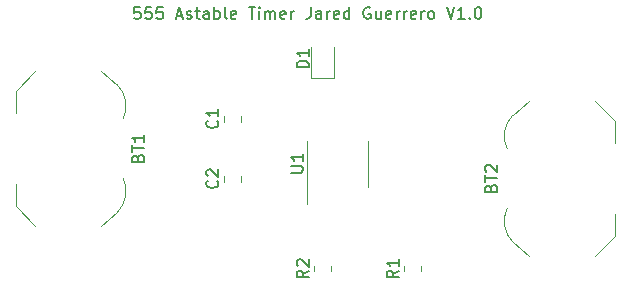
<source format=gbr>
%TF.GenerationSoftware,KiCad,Pcbnew,(5.1.10-1-10_14)*%
%TF.CreationDate,2021-09-30T18:11:30-07:00*%
%TF.ProjectId,JaredTimer,4a617265-6454-4696-9d65-722e6b696361,rev?*%
%TF.SameCoordinates,Original*%
%TF.FileFunction,Legend,Top*%
%TF.FilePolarity,Positive*%
%FSLAX46Y46*%
G04 Gerber Fmt 4.6, Leading zero omitted, Abs format (unit mm)*
G04 Created by KiCad (PCBNEW (5.1.10-1-10_14)) date 2021-09-30 18:11:30*
%MOMM*%
%LPD*%
G01*
G04 APERTURE LIST*
%ADD10C,0.150000*%
%ADD11C,0.120000*%
G04 APERTURE END LIST*
D10*
X110269523Y-68032380D02*
X109793333Y-68032380D01*
X109745714Y-68508571D01*
X109793333Y-68460952D01*
X109888571Y-68413333D01*
X110126666Y-68413333D01*
X110221904Y-68460952D01*
X110269523Y-68508571D01*
X110317142Y-68603809D01*
X110317142Y-68841904D01*
X110269523Y-68937142D01*
X110221904Y-68984761D01*
X110126666Y-69032380D01*
X109888571Y-69032380D01*
X109793333Y-68984761D01*
X109745714Y-68937142D01*
X111221904Y-68032380D02*
X110745714Y-68032380D01*
X110698095Y-68508571D01*
X110745714Y-68460952D01*
X110840952Y-68413333D01*
X111079047Y-68413333D01*
X111174285Y-68460952D01*
X111221904Y-68508571D01*
X111269523Y-68603809D01*
X111269523Y-68841904D01*
X111221904Y-68937142D01*
X111174285Y-68984761D01*
X111079047Y-69032380D01*
X110840952Y-69032380D01*
X110745714Y-68984761D01*
X110698095Y-68937142D01*
X112174285Y-68032380D02*
X111698095Y-68032380D01*
X111650476Y-68508571D01*
X111698095Y-68460952D01*
X111793333Y-68413333D01*
X112031428Y-68413333D01*
X112126666Y-68460952D01*
X112174285Y-68508571D01*
X112221904Y-68603809D01*
X112221904Y-68841904D01*
X112174285Y-68937142D01*
X112126666Y-68984761D01*
X112031428Y-69032380D01*
X111793333Y-69032380D01*
X111698095Y-68984761D01*
X111650476Y-68937142D01*
X113364761Y-68746666D02*
X113840952Y-68746666D01*
X113269523Y-69032380D02*
X113602857Y-68032380D01*
X113936190Y-69032380D01*
X114221904Y-68984761D02*
X114317142Y-69032380D01*
X114507619Y-69032380D01*
X114602857Y-68984761D01*
X114650476Y-68889523D01*
X114650476Y-68841904D01*
X114602857Y-68746666D01*
X114507619Y-68699047D01*
X114364761Y-68699047D01*
X114269523Y-68651428D01*
X114221904Y-68556190D01*
X114221904Y-68508571D01*
X114269523Y-68413333D01*
X114364761Y-68365714D01*
X114507619Y-68365714D01*
X114602857Y-68413333D01*
X114936190Y-68365714D02*
X115317142Y-68365714D01*
X115079047Y-68032380D02*
X115079047Y-68889523D01*
X115126666Y-68984761D01*
X115221904Y-69032380D01*
X115317142Y-69032380D01*
X116079047Y-69032380D02*
X116079047Y-68508571D01*
X116031428Y-68413333D01*
X115936190Y-68365714D01*
X115745714Y-68365714D01*
X115650476Y-68413333D01*
X116079047Y-68984761D02*
X115983809Y-69032380D01*
X115745714Y-69032380D01*
X115650476Y-68984761D01*
X115602857Y-68889523D01*
X115602857Y-68794285D01*
X115650476Y-68699047D01*
X115745714Y-68651428D01*
X115983809Y-68651428D01*
X116079047Y-68603809D01*
X116555238Y-69032380D02*
X116555238Y-68032380D01*
X116555238Y-68413333D02*
X116650476Y-68365714D01*
X116840952Y-68365714D01*
X116936190Y-68413333D01*
X116983809Y-68460952D01*
X117031428Y-68556190D01*
X117031428Y-68841904D01*
X116983809Y-68937142D01*
X116936190Y-68984761D01*
X116840952Y-69032380D01*
X116650476Y-69032380D01*
X116555238Y-68984761D01*
X117602857Y-69032380D02*
X117507619Y-68984761D01*
X117460000Y-68889523D01*
X117460000Y-68032380D01*
X118364761Y-68984761D02*
X118269523Y-69032380D01*
X118079047Y-69032380D01*
X117983809Y-68984761D01*
X117936190Y-68889523D01*
X117936190Y-68508571D01*
X117983809Y-68413333D01*
X118079047Y-68365714D01*
X118269523Y-68365714D01*
X118364761Y-68413333D01*
X118412380Y-68508571D01*
X118412380Y-68603809D01*
X117936190Y-68699047D01*
X119460000Y-68032380D02*
X120031428Y-68032380D01*
X119745714Y-69032380D02*
X119745714Y-68032380D01*
X120364761Y-69032380D02*
X120364761Y-68365714D01*
X120364761Y-68032380D02*
X120317142Y-68080000D01*
X120364761Y-68127619D01*
X120412380Y-68080000D01*
X120364761Y-68032380D01*
X120364761Y-68127619D01*
X120840952Y-69032380D02*
X120840952Y-68365714D01*
X120840952Y-68460952D02*
X120888571Y-68413333D01*
X120983809Y-68365714D01*
X121126666Y-68365714D01*
X121221904Y-68413333D01*
X121269523Y-68508571D01*
X121269523Y-69032380D01*
X121269523Y-68508571D02*
X121317142Y-68413333D01*
X121412380Y-68365714D01*
X121555238Y-68365714D01*
X121650476Y-68413333D01*
X121698095Y-68508571D01*
X121698095Y-69032380D01*
X122555238Y-68984761D02*
X122460000Y-69032380D01*
X122269523Y-69032380D01*
X122174285Y-68984761D01*
X122126666Y-68889523D01*
X122126666Y-68508571D01*
X122174285Y-68413333D01*
X122269523Y-68365714D01*
X122460000Y-68365714D01*
X122555238Y-68413333D01*
X122602857Y-68508571D01*
X122602857Y-68603809D01*
X122126666Y-68699047D01*
X123031428Y-69032380D02*
X123031428Y-68365714D01*
X123031428Y-68556190D02*
X123079047Y-68460952D01*
X123126666Y-68413333D01*
X123221904Y-68365714D01*
X123317142Y-68365714D01*
X124698095Y-68032380D02*
X124698095Y-68746666D01*
X124650476Y-68889523D01*
X124555238Y-68984761D01*
X124412380Y-69032380D01*
X124317142Y-69032380D01*
X125602857Y-69032380D02*
X125602857Y-68508571D01*
X125555238Y-68413333D01*
X125459999Y-68365714D01*
X125269523Y-68365714D01*
X125174285Y-68413333D01*
X125602857Y-68984761D02*
X125507619Y-69032380D01*
X125269523Y-69032380D01*
X125174285Y-68984761D01*
X125126666Y-68889523D01*
X125126666Y-68794285D01*
X125174285Y-68699047D01*
X125269523Y-68651428D01*
X125507619Y-68651428D01*
X125602857Y-68603809D01*
X126079047Y-69032380D02*
X126079047Y-68365714D01*
X126079047Y-68556190D02*
X126126666Y-68460952D01*
X126174285Y-68413333D01*
X126269523Y-68365714D01*
X126364761Y-68365714D01*
X127079047Y-68984761D02*
X126983809Y-69032380D01*
X126793333Y-69032380D01*
X126698095Y-68984761D01*
X126650476Y-68889523D01*
X126650476Y-68508571D01*
X126698095Y-68413333D01*
X126793333Y-68365714D01*
X126983809Y-68365714D01*
X127079047Y-68413333D01*
X127126666Y-68508571D01*
X127126666Y-68603809D01*
X126650476Y-68699047D01*
X127983809Y-69032380D02*
X127983809Y-68032380D01*
X127983809Y-68984761D02*
X127888571Y-69032380D01*
X127698095Y-69032380D01*
X127602857Y-68984761D01*
X127555238Y-68937142D01*
X127507619Y-68841904D01*
X127507619Y-68556190D01*
X127555238Y-68460952D01*
X127602857Y-68413333D01*
X127698095Y-68365714D01*
X127888571Y-68365714D01*
X127983809Y-68413333D01*
X129745714Y-68080000D02*
X129650476Y-68032380D01*
X129507619Y-68032380D01*
X129364761Y-68080000D01*
X129269523Y-68175238D01*
X129221904Y-68270476D01*
X129174285Y-68460952D01*
X129174285Y-68603809D01*
X129221904Y-68794285D01*
X129269523Y-68889523D01*
X129364761Y-68984761D01*
X129507619Y-69032380D01*
X129602857Y-69032380D01*
X129745714Y-68984761D01*
X129793333Y-68937142D01*
X129793333Y-68603809D01*
X129602857Y-68603809D01*
X130650476Y-68365714D02*
X130650476Y-69032380D01*
X130221904Y-68365714D02*
X130221904Y-68889523D01*
X130269523Y-68984761D01*
X130364761Y-69032380D01*
X130507619Y-69032380D01*
X130602857Y-68984761D01*
X130650476Y-68937142D01*
X131507619Y-68984761D02*
X131412380Y-69032380D01*
X131221904Y-69032380D01*
X131126666Y-68984761D01*
X131079047Y-68889523D01*
X131079047Y-68508571D01*
X131126666Y-68413333D01*
X131221904Y-68365714D01*
X131412380Y-68365714D01*
X131507619Y-68413333D01*
X131555238Y-68508571D01*
X131555238Y-68603809D01*
X131079047Y-68699047D01*
X131983809Y-69032380D02*
X131983809Y-68365714D01*
X131983809Y-68556190D02*
X132031428Y-68460952D01*
X132079047Y-68413333D01*
X132174285Y-68365714D01*
X132269523Y-68365714D01*
X132602857Y-69032380D02*
X132602857Y-68365714D01*
X132602857Y-68556190D02*
X132650476Y-68460952D01*
X132698095Y-68413333D01*
X132793333Y-68365714D01*
X132888571Y-68365714D01*
X133602857Y-68984761D02*
X133507619Y-69032380D01*
X133317142Y-69032380D01*
X133221904Y-68984761D01*
X133174285Y-68889523D01*
X133174285Y-68508571D01*
X133221904Y-68413333D01*
X133317142Y-68365714D01*
X133507619Y-68365714D01*
X133602857Y-68413333D01*
X133650476Y-68508571D01*
X133650476Y-68603809D01*
X133174285Y-68699047D01*
X134079047Y-69032380D02*
X134079047Y-68365714D01*
X134079047Y-68556190D02*
X134126666Y-68460952D01*
X134174285Y-68413333D01*
X134269523Y-68365714D01*
X134364761Y-68365714D01*
X134840952Y-69032380D02*
X134745714Y-68984761D01*
X134698095Y-68937142D01*
X134650476Y-68841904D01*
X134650476Y-68556190D01*
X134698095Y-68460952D01*
X134745714Y-68413333D01*
X134840952Y-68365714D01*
X134983809Y-68365714D01*
X135079047Y-68413333D01*
X135126666Y-68460952D01*
X135174285Y-68556190D01*
X135174285Y-68841904D01*
X135126666Y-68937142D01*
X135079047Y-68984761D01*
X134983809Y-69032380D01*
X134840952Y-69032380D01*
X136221904Y-68032380D02*
X136555238Y-69032380D01*
X136888571Y-68032380D01*
X137745714Y-69032380D02*
X137174285Y-69032380D01*
X137460000Y-69032380D02*
X137460000Y-68032380D01*
X137364761Y-68175238D01*
X137269523Y-68270476D01*
X137174285Y-68318095D01*
X138174285Y-68937142D02*
X138221904Y-68984761D01*
X138174285Y-69032380D01*
X138126666Y-68984761D01*
X138174285Y-68937142D01*
X138174285Y-69032380D01*
X138840952Y-68032380D02*
X138936190Y-68032380D01*
X139031428Y-68080000D01*
X139079047Y-68127619D01*
X139126666Y-68222857D01*
X139174285Y-68413333D01*
X139174285Y-68651428D01*
X139126666Y-68841904D01*
X139079047Y-68937142D01*
X139031428Y-68984761D01*
X138936190Y-69032380D01*
X138840952Y-69032380D01*
X138745714Y-68984761D01*
X138698095Y-68937142D01*
X138650476Y-68841904D01*
X138602857Y-68651428D01*
X138602857Y-68413333D01*
X138650476Y-68222857D01*
X138698095Y-68127619D01*
X138745714Y-68080000D01*
X138840952Y-68032380D01*
D11*
%TO.C,BT1*%
X106990000Y-73460000D02*
X108340000Y-74610000D01*
X106990000Y-86560000D02*
X108340000Y-85410000D01*
X99740000Y-84910000D02*
X99740000Y-83010000D01*
X99740000Y-75110000D02*
X99740000Y-77010000D01*
X99740000Y-75110000D02*
X101390000Y-73460000D01*
X101390000Y-86560000D02*
X99740000Y-84910000D01*
X108836458Y-77508306D02*
G75*
G03*
X108340000Y-74610000I-2296458J1098306D01*
G01*
X108837607Y-82514098D02*
G75*
G02*
X108340000Y-85410000I-2297607J-1095902D01*
G01*
%TO.C,BT2*%
X148800000Y-76000000D02*
X150450000Y-77650000D01*
X150450000Y-87450000D02*
X148800000Y-89100000D01*
X150450000Y-87450000D02*
X150450000Y-85550000D01*
X150450000Y-77650000D02*
X150450000Y-79550000D01*
X143200000Y-76000000D02*
X141850000Y-77150000D01*
X143200000Y-89100000D02*
X141850000Y-87950000D01*
X141352393Y-80045902D02*
G75*
G02*
X141850000Y-77150000I2297607J1095902D01*
G01*
X141353542Y-85051694D02*
G75*
G03*
X141850000Y-87950000I2296458J-1098306D01*
G01*
%TO.C,C1*%
X117375000Y-77731252D02*
X117375000Y-77208748D01*
X118845000Y-77731252D02*
X118845000Y-77208748D01*
%TO.C,C2*%
X118845000Y-82811252D02*
X118845000Y-82288748D01*
X117375000Y-82811252D02*
X117375000Y-82288748D01*
%TO.C,D1*%
X124770000Y-71390000D02*
X124770000Y-74075000D01*
X124770000Y-74075000D02*
X126690000Y-74075000D01*
X126690000Y-74075000D02*
X126690000Y-71390000D01*
%TO.C,R1*%
X134085000Y-90397064D02*
X134085000Y-89942936D01*
X132615000Y-90397064D02*
X132615000Y-89942936D01*
%TO.C,R2*%
X124995000Y-90397064D02*
X124995000Y-89942936D01*
X126465000Y-90397064D02*
X126465000Y-89942936D01*
%TO.C,U1*%
X129560000Y-81280000D02*
X129560000Y-79330000D01*
X129560000Y-81280000D02*
X129560000Y-83230000D01*
X124440000Y-81280000D02*
X124440000Y-79330000D01*
X124440000Y-81280000D02*
X124440000Y-84730000D01*
%TO.C,BT1*%
D10*
X110068571Y-80795714D02*
X110116190Y-80652857D01*
X110163809Y-80605238D01*
X110259047Y-80557619D01*
X110401904Y-80557619D01*
X110497142Y-80605238D01*
X110544761Y-80652857D01*
X110592380Y-80748095D01*
X110592380Y-81129047D01*
X109592380Y-81129047D01*
X109592380Y-80795714D01*
X109640000Y-80700476D01*
X109687619Y-80652857D01*
X109782857Y-80605238D01*
X109878095Y-80605238D01*
X109973333Y-80652857D01*
X110020952Y-80700476D01*
X110068571Y-80795714D01*
X110068571Y-81129047D01*
X109592380Y-80271904D02*
X109592380Y-79700476D01*
X110592380Y-79986190D02*
X109592380Y-79986190D01*
X110592380Y-78843333D02*
X110592380Y-79414761D01*
X110592380Y-79129047D02*
X109592380Y-79129047D01*
X109735238Y-79224285D01*
X109830476Y-79319523D01*
X109878095Y-79414761D01*
%TO.C,BT2*%
X139978571Y-83335714D02*
X140026190Y-83192857D01*
X140073809Y-83145238D01*
X140169047Y-83097619D01*
X140311904Y-83097619D01*
X140407142Y-83145238D01*
X140454761Y-83192857D01*
X140502380Y-83288095D01*
X140502380Y-83669047D01*
X139502380Y-83669047D01*
X139502380Y-83335714D01*
X139550000Y-83240476D01*
X139597619Y-83192857D01*
X139692857Y-83145238D01*
X139788095Y-83145238D01*
X139883333Y-83192857D01*
X139930952Y-83240476D01*
X139978571Y-83335714D01*
X139978571Y-83669047D01*
X139502380Y-82811904D02*
X139502380Y-82240476D01*
X140502380Y-82526190D02*
X139502380Y-82526190D01*
X139597619Y-81954761D02*
X139550000Y-81907142D01*
X139502380Y-81811904D01*
X139502380Y-81573809D01*
X139550000Y-81478571D01*
X139597619Y-81430952D01*
X139692857Y-81383333D01*
X139788095Y-81383333D01*
X139930952Y-81430952D01*
X140502380Y-82002380D01*
X140502380Y-81383333D01*
%TO.C,C1*%
X116787142Y-77636666D02*
X116834761Y-77684285D01*
X116882380Y-77827142D01*
X116882380Y-77922380D01*
X116834761Y-78065238D01*
X116739523Y-78160476D01*
X116644285Y-78208095D01*
X116453809Y-78255714D01*
X116310952Y-78255714D01*
X116120476Y-78208095D01*
X116025238Y-78160476D01*
X115930000Y-78065238D01*
X115882380Y-77922380D01*
X115882380Y-77827142D01*
X115930000Y-77684285D01*
X115977619Y-77636666D01*
X116882380Y-76684285D02*
X116882380Y-77255714D01*
X116882380Y-76970000D02*
X115882380Y-76970000D01*
X116025238Y-77065238D01*
X116120476Y-77160476D01*
X116168095Y-77255714D01*
%TO.C,C2*%
X116787142Y-82716666D02*
X116834761Y-82764285D01*
X116882380Y-82907142D01*
X116882380Y-83002380D01*
X116834761Y-83145238D01*
X116739523Y-83240476D01*
X116644285Y-83288095D01*
X116453809Y-83335714D01*
X116310952Y-83335714D01*
X116120476Y-83288095D01*
X116025238Y-83240476D01*
X115930000Y-83145238D01*
X115882380Y-83002380D01*
X115882380Y-82907142D01*
X115930000Y-82764285D01*
X115977619Y-82716666D01*
X115977619Y-82335714D02*
X115930000Y-82288095D01*
X115882380Y-82192857D01*
X115882380Y-81954761D01*
X115930000Y-81859523D01*
X115977619Y-81811904D01*
X116072857Y-81764285D01*
X116168095Y-81764285D01*
X116310952Y-81811904D01*
X116882380Y-82383333D01*
X116882380Y-81764285D01*
%TO.C,D1*%
X124532380Y-73128095D02*
X123532380Y-73128095D01*
X123532380Y-72890000D01*
X123580000Y-72747142D01*
X123675238Y-72651904D01*
X123770476Y-72604285D01*
X123960952Y-72556666D01*
X124103809Y-72556666D01*
X124294285Y-72604285D01*
X124389523Y-72651904D01*
X124484761Y-72747142D01*
X124532380Y-72890000D01*
X124532380Y-73128095D01*
X124532380Y-71604285D02*
X124532380Y-72175714D01*
X124532380Y-71890000D02*
X123532380Y-71890000D01*
X123675238Y-71985238D01*
X123770476Y-72080476D01*
X123818095Y-72175714D01*
%TO.C,R1*%
X132152380Y-90336666D02*
X131676190Y-90670000D01*
X132152380Y-90908095D02*
X131152380Y-90908095D01*
X131152380Y-90527142D01*
X131200000Y-90431904D01*
X131247619Y-90384285D01*
X131342857Y-90336666D01*
X131485714Y-90336666D01*
X131580952Y-90384285D01*
X131628571Y-90431904D01*
X131676190Y-90527142D01*
X131676190Y-90908095D01*
X132152380Y-89384285D02*
X132152380Y-89955714D01*
X132152380Y-89670000D02*
X131152380Y-89670000D01*
X131295238Y-89765238D01*
X131390476Y-89860476D01*
X131438095Y-89955714D01*
%TO.C,R2*%
X124532380Y-90336666D02*
X124056190Y-90670000D01*
X124532380Y-90908095D02*
X123532380Y-90908095D01*
X123532380Y-90527142D01*
X123580000Y-90431904D01*
X123627619Y-90384285D01*
X123722857Y-90336666D01*
X123865714Y-90336666D01*
X123960952Y-90384285D01*
X124008571Y-90431904D01*
X124056190Y-90527142D01*
X124056190Y-90908095D01*
X123627619Y-89955714D02*
X123580000Y-89908095D01*
X123532380Y-89812857D01*
X123532380Y-89574761D01*
X123580000Y-89479523D01*
X123627619Y-89431904D01*
X123722857Y-89384285D01*
X123818095Y-89384285D01*
X123960952Y-89431904D01*
X124532380Y-90003333D01*
X124532380Y-89384285D01*
%TO.C,U1*%
X123052380Y-82041904D02*
X123861904Y-82041904D01*
X123957142Y-81994285D01*
X124004761Y-81946666D01*
X124052380Y-81851428D01*
X124052380Y-81660952D01*
X124004761Y-81565714D01*
X123957142Y-81518095D01*
X123861904Y-81470476D01*
X123052380Y-81470476D01*
X124052380Y-80470476D02*
X124052380Y-81041904D01*
X124052380Y-80756190D02*
X123052380Y-80756190D01*
X123195238Y-80851428D01*
X123290476Y-80946666D01*
X123338095Y-81041904D01*
%TD*%
M02*

</source>
